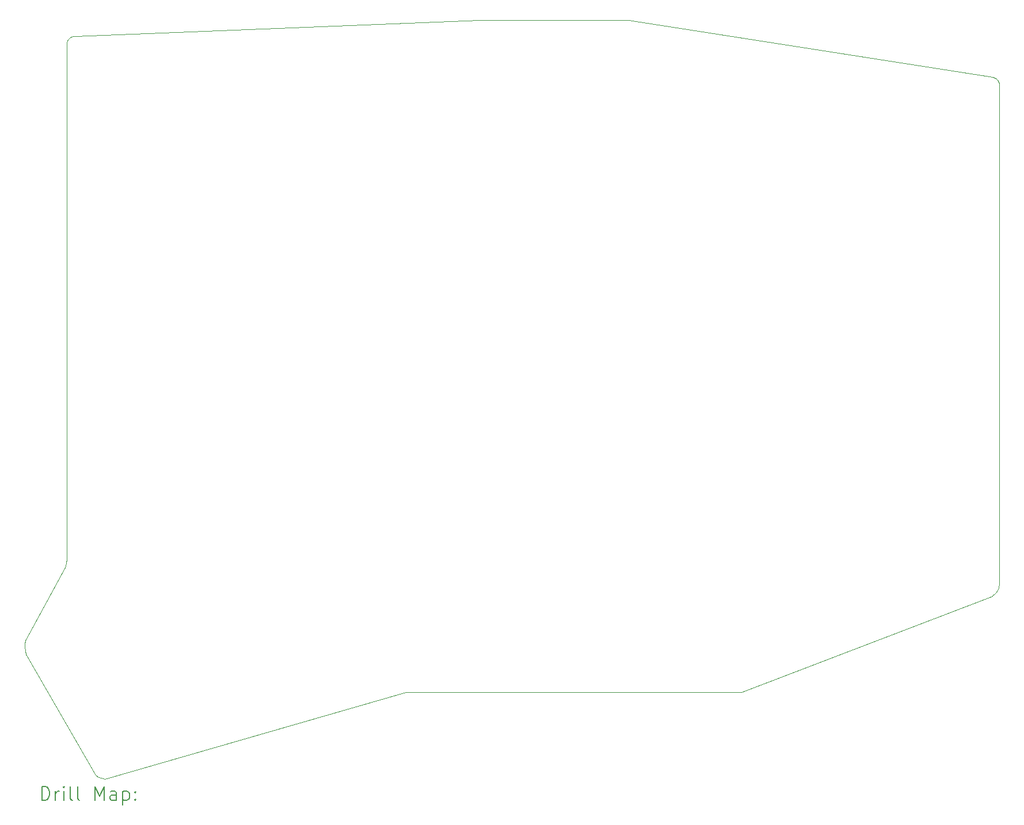
<source format=gbr>
%FSLAX45Y45*%
G04 Gerber Fmt 4.5, Leading zero omitted, Abs format (unit mm)*
G04 Created by KiCad (PCBNEW (6.0.5)) date 2022-12-06 20:45:59*
%MOMM*%
%LPD*%
G01*
G04 APERTURE LIST*
%TA.AperFunction,Profile*%
%ADD10C,0.100000*%
%TD*%
%TA.AperFunction,Profile*%
%ADD11C,0.110000*%
%TD*%
%ADD12C,0.200000*%
G04 APERTURE END LIST*
D10*
X22538108Y-4400141D02*
X22546748Y-4418227D01*
X9264720Y-14620360D02*
X8239720Y-12840360D01*
X17104720Y-3500360D02*
X22457264Y-4344875D01*
X8837246Y-11440360D02*
X8829720Y-11505360D01*
X9344720Y-14665360D02*
X9399720Y-14675360D01*
X8224720Y-12790360D02*
X8219720Y-12730360D01*
X9299720Y-14650360D02*
X9344720Y-14665360D01*
X22477431Y-4350038D02*
X22495907Y-4358507D01*
X22450421Y-11987526D02*
X18759720Y-13400360D01*
X8829720Y-11505360D02*
X8809720Y-11565360D01*
X8219720Y-12730360D02*
X8219720Y-12690360D01*
X9264720Y-14620360D02*
X9299720Y-14650360D01*
X22457264Y-4344875D02*
X22477431Y-4350038D01*
X22554038Y-4458550D02*
X22557620Y-11810360D01*
X22552158Y-4437817D02*
X22554038Y-4458550D01*
X8229720Y-12640360D02*
X8809720Y-11565360D01*
X22546748Y-4418227D02*
X22552158Y-4437817D01*
X14909720Y-3500360D02*
X8952462Y-3741306D01*
X13825133Y-13400360D02*
X18759720Y-13400360D01*
X8239720Y-12840360D02*
X8224720Y-12790360D01*
X8219720Y-12690360D02*
X8229720Y-12640360D01*
X13825133Y-13400360D02*
X9399720Y-14675360D01*
X22512382Y-4369920D02*
X22526552Y-4383918D01*
X14909720Y-3500360D02*
X17104720Y-3500360D01*
X22526552Y-4383918D02*
X22538108Y-4400141D01*
X8837246Y-11440360D02*
X8837262Y-3856509D01*
X22495907Y-4358507D02*
X22512382Y-4369920D01*
X8837262Y-3856509D02*
X8839602Y-3833292D01*
D11*
X22450422Y-11987527D02*
G75*
G03*
X22557620Y-11810360I-92672J177087D01*
G01*
D10*
X8907620Y-3750360D02*
X8929244Y-3743647D01*
X8871002Y-3775049D02*
X8888052Y-3760981D01*
X8888052Y-3760981D02*
X8907620Y-3750360D01*
X8839602Y-3833292D02*
X8846314Y-3811667D01*
X8856935Y-3792098D02*
X8871002Y-3775049D01*
X8929244Y-3743647D02*
X8952462Y-3741306D01*
X8846314Y-3811667D02*
X8856935Y-3792098D01*
D12*
X8472339Y-14990836D02*
X8472339Y-14790836D01*
X8519958Y-14790836D01*
X8548530Y-14800360D01*
X8567577Y-14819408D01*
X8577101Y-14838455D01*
X8586625Y-14876550D01*
X8586625Y-14905122D01*
X8577101Y-14943217D01*
X8567577Y-14962265D01*
X8548530Y-14981312D01*
X8519958Y-14990836D01*
X8472339Y-14990836D01*
X8672339Y-14990836D02*
X8672339Y-14857503D01*
X8672339Y-14895598D02*
X8681863Y-14876550D01*
X8691387Y-14867027D01*
X8710434Y-14857503D01*
X8729482Y-14857503D01*
X8796149Y-14990836D02*
X8796149Y-14857503D01*
X8796149Y-14790836D02*
X8786625Y-14800360D01*
X8796149Y-14809884D01*
X8805672Y-14800360D01*
X8796149Y-14790836D01*
X8796149Y-14809884D01*
X8919958Y-14990836D02*
X8900910Y-14981312D01*
X8891387Y-14962265D01*
X8891387Y-14790836D01*
X9024720Y-14990836D02*
X9005672Y-14981312D01*
X8996149Y-14962265D01*
X8996149Y-14790836D01*
X9253291Y-14990836D02*
X9253291Y-14790836D01*
X9319958Y-14933693D01*
X9386625Y-14790836D01*
X9386625Y-14990836D01*
X9567577Y-14990836D02*
X9567577Y-14886074D01*
X9558053Y-14867027D01*
X9539006Y-14857503D01*
X9500910Y-14857503D01*
X9481863Y-14867027D01*
X9567577Y-14981312D02*
X9548530Y-14990836D01*
X9500910Y-14990836D01*
X9481863Y-14981312D01*
X9472339Y-14962265D01*
X9472339Y-14943217D01*
X9481863Y-14924169D01*
X9500910Y-14914646D01*
X9548530Y-14914646D01*
X9567577Y-14905122D01*
X9662815Y-14857503D02*
X9662815Y-15057503D01*
X9662815Y-14867027D02*
X9681863Y-14857503D01*
X9719958Y-14857503D01*
X9739006Y-14867027D01*
X9748530Y-14876550D01*
X9758053Y-14895598D01*
X9758053Y-14952741D01*
X9748530Y-14971788D01*
X9739006Y-14981312D01*
X9719958Y-14990836D01*
X9681863Y-14990836D01*
X9662815Y-14981312D01*
X9843768Y-14971788D02*
X9853291Y-14981312D01*
X9843768Y-14990836D01*
X9834244Y-14981312D01*
X9843768Y-14971788D01*
X9843768Y-14990836D01*
X9843768Y-14867027D02*
X9853291Y-14876550D01*
X9843768Y-14886074D01*
X9834244Y-14876550D01*
X9843768Y-14867027D01*
X9843768Y-14886074D01*
M02*

</source>
